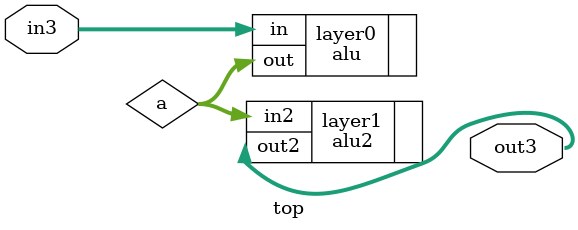
<source format=v>
`timescale 1ns / 1ps
module top(
	input [74:0] in3,
	output reg [9:0] out3
    );
	wire [49:0] a;
	alu layer0(.in(in3),.out(a));
	alu2 layer1(.in2(a),.out2(out3));
	

endmodule
</source>
